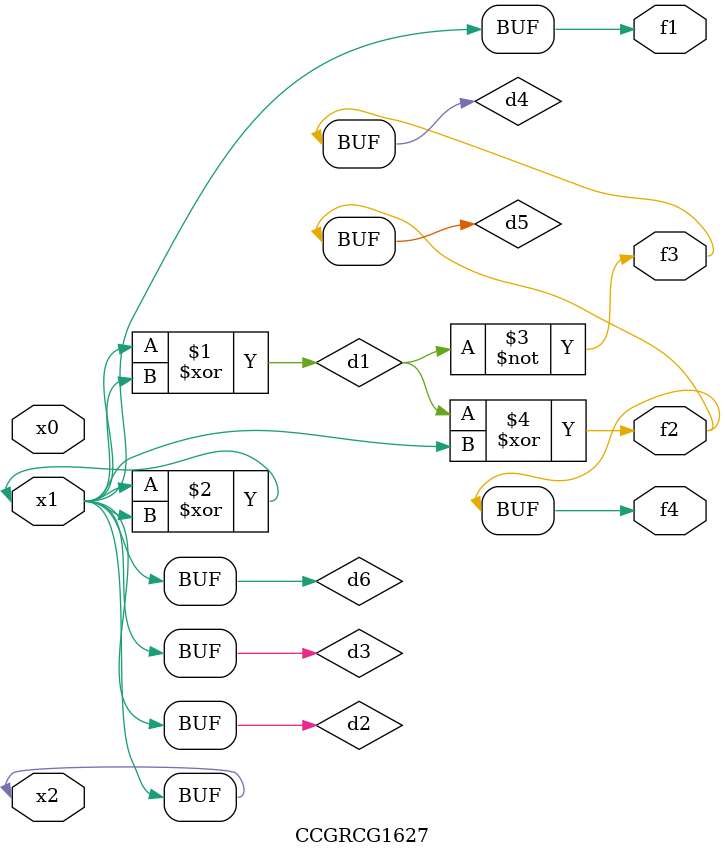
<source format=v>
module CCGRCG1627(
	input x0, x1, x2,
	output f1, f2, f3, f4
);

	wire d1, d2, d3, d4, d5, d6;

	xor (d1, x1, x2);
	buf (d2, x1, x2);
	xor (d3, x1, x2);
	nor (d4, d1);
	xor (d5, d1, d2);
	buf (d6, d2, d3);
	assign f1 = d6;
	assign f2 = d5;
	assign f3 = d4;
	assign f4 = d5;
endmodule

</source>
